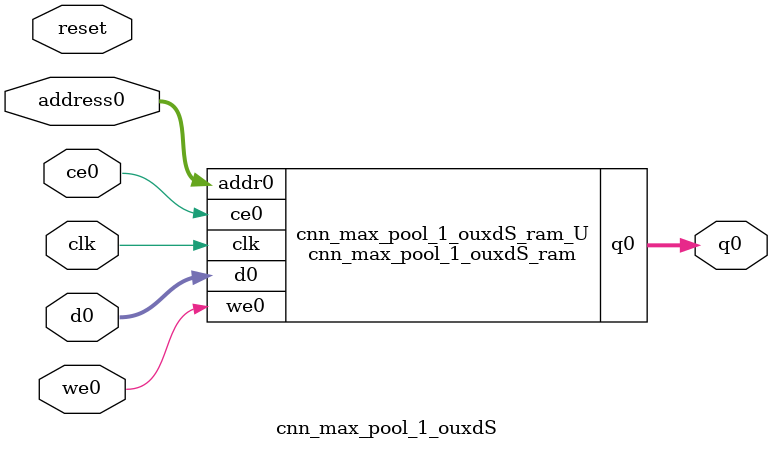
<source format=v>
`timescale 1 ns / 1 ps
module cnn_max_pool_1_ouxdS_ram (addr0, ce0, d0, we0, q0,  clk);

parameter DWIDTH = 14;
parameter AWIDTH = 7;
parameter MEM_SIZE = 78;

input[AWIDTH-1:0] addr0;
input ce0;
input[DWIDTH-1:0] d0;
input we0;
output reg[DWIDTH-1:0] q0;
input clk;

(* ram_style = "block" *)reg [DWIDTH-1:0] ram[0:MEM_SIZE-1];




always @(posedge clk)  
begin 
    if (ce0) 
    begin
        if (we0) 
        begin 
            ram[addr0] <= d0; 
        end 
        q0 <= ram[addr0];
    end
end


endmodule

`timescale 1 ns / 1 ps
module cnn_max_pool_1_ouxdS(
    reset,
    clk,
    address0,
    ce0,
    we0,
    d0,
    q0);

parameter DataWidth = 32'd14;
parameter AddressRange = 32'd78;
parameter AddressWidth = 32'd7;
input reset;
input clk;
input[AddressWidth - 1:0] address0;
input ce0;
input we0;
input[DataWidth - 1:0] d0;
output[DataWidth - 1:0] q0;



cnn_max_pool_1_ouxdS_ram cnn_max_pool_1_ouxdS_ram_U(
    .clk( clk ),
    .addr0( address0 ),
    .ce0( ce0 ),
    .we0( we0 ),
    .d0( d0 ),
    .q0( q0 ));

endmodule


</source>
